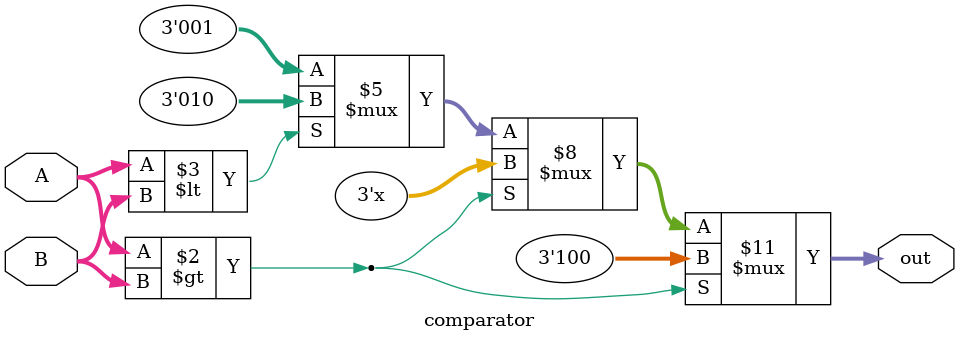
<source format=v>

module comparator(A,B,out);
      input [1:0] A;
      input [1:0] B;
      output reg [2:0] out;  // out[2] = A > B, out[1] = A == B, out[0] = A < B
      
      
      //comparison using behaviorial modeling
      always @(*)
      begin
         if (A>B)
             out=3'b100;
         else if (A<B)
             out=3'b010;
         else 
             out=3'b001;
      end
endmodule
</source>
